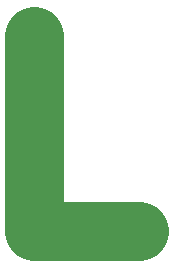
<source format=gbr>
G04 #@! TF.GenerationSoftware,KiCad,Pcbnew,(5.0.0)*
G04 #@! TF.CreationDate,2018-12-08T11:34:01-05:00*
G04 #@! TF.ProjectId,L,4C2E6B696361645F7063620000000000,rev?*
G04 #@! TF.SameCoordinates,Original*
G04 #@! TF.FileFunction,Legend,Top*
G04 #@! TF.FilePolarity,Positive*
%FSLAX46Y46*%
G04 Gerber Fmt 4.6, Leading zero omitted, Abs format (unit mm)*
G04 Created by KiCad (PCBNEW (5.0.0)) date 12/08/18 11:34:01*
%MOMM*%
%LPD*%
G01*
G04 APERTURE LIST*
%ADD10C,5.000000*%
G04 APERTURE END LIST*
D10*
X2540000Y-19050000D02*
X11430000Y-19050000D01*
X2540000Y-2540000D02*
X2540000Y-19050000D01*
M02*

</source>
